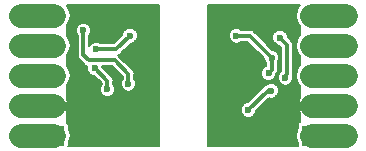
<source format=gbl>
G04 #@! TF.GenerationSoftware,KiCad,Pcbnew,5.0.2-bee76a0~70~ubuntu18.04.1*
G04 #@! TF.CreationDate,2019-07-29T11:10:54+02:00*
G04 #@! TF.ProjectId,SWD_Isolator,5357445f-4973-46f6-9c61-746f722e6b69,rev?*
G04 #@! TF.SameCoordinates,PX4148288PY2f7a4c0*
G04 #@! TF.FileFunction,Copper,L2,Bot*
G04 #@! TF.FilePolarity,Positive*
%FSLAX46Y46*%
G04 Gerber Fmt 4.6, Leading zero omitted, Abs format (unit mm)*
G04 Created by KiCad (PCBNEW 5.0.2-bee76a0~70~ubuntu18.04.1) date pon 29 jul 2019 11:10:54 CEST*
%MOMM*%
%LPD*%
G01*
G04 APERTURE LIST*
G04 #@! TA.AperFunction,ComponentPad*
%ADD10R,1.700000X1.700000*%
G04 #@! TD*
G04 #@! TA.AperFunction,ComponentPad*
%ADD11O,1.700000X1.700000*%
G04 #@! TD*
G04 #@! TA.AperFunction,ViaPad*
%ADD12C,0.600000*%
G04 #@! TD*
G04 #@! TA.AperFunction,Conductor*
%ADD13C,2.000000*%
G04 #@! TD*
G04 #@! TA.AperFunction,Conductor*
%ADD14C,0.300000*%
G04 #@! TD*
G04 #@! TA.AperFunction,Conductor*
%ADD15C,0.800000*%
G04 #@! TD*
G04 #@! TA.AperFunction,Conductor*
%ADD16C,0.200000*%
G04 #@! TD*
G04 APERTURE END LIST*
D10*
G04 #@! TO.P,J1,1*
G04 #@! TO.N,VCC*
X4127500Y1333500D03*
D11*
G04 #@! TO.P,J1,2*
G04 #@! TO.N,GND*
X4127500Y3873500D03*
G04 #@! TO.P,J1,3*
G04 #@! TO.N,Net-(J1-Pad3)*
X4127500Y6413500D03*
G04 #@! TO.P,J1,4*
G04 #@! TO.N,Net-(J1-Pad4)*
X4127500Y8953500D03*
G04 #@! TO.P,J1,5*
G04 #@! TO.N,Net-(J1-Pad5)*
X4127500Y11493500D03*
G04 #@! TD*
D10*
G04 #@! TO.P,J2,1*
G04 #@! TO.N,VDD*
X25971500Y1333500D03*
D11*
G04 #@! TO.P,J2,2*
G04 #@! TO.N,GNDA*
X25971500Y3873500D03*
G04 #@! TO.P,J2,3*
G04 #@! TO.N,Net-(J2-Pad3)*
X25971500Y6413500D03*
G04 #@! TO.P,J2,4*
G04 #@! TO.N,Net-(J2-Pad4)*
X25971500Y8953500D03*
G04 #@! TO.P,J2,5*
G04 #@! TO.N,Net-(J2-Pad5)*
X25971500Y11493500D03*
G04 #@! TD*
D12*
G04 #@! TO.N,VCC*
X10541000Y9779000D03*
X7683500Y8636000D03*
X8636000Y5255500D03*
X7556500Y7048500D03*
G04 #@! TO.N,GND*
X12700000Y825500D03*
X11747500Y825500D03*
X7366000Y5080000D03*
X6032500Y4889500D03*
X5651500Y2540000D03*
X6159500Y7175500D03*
X12065000Y11938000D03*
X7302500Y11239500D03*
X6540500Y11874500D03*
X8763000Y12090400D03*
X10541000Y12039600D03*
X7594600Y10363200D03*
G04 #@! TO.N,Net-(J1-Pad5)*
X6604000Y10238500D03*
X10414000Y5715000D03*
G04 #@! TO.N,GNDA*
X17462500Y825500D03*
X18351500Y825500D03*
X24447500Y4572000D03*
X24511000Y2984500D03*
X23368000Y4699000D03*
X23495000Y11938000D03*
X22834600Y10922000D03*
X17602200Y12039600D03*
X18770600Y12039600D03*
G04 #@! TO.N,Net-(J2-Pad5)*
X23241000Y9603500D03*
X20574000Y3492500D03*
X22483521Y5116373D03*
X23685500Y6223006D03*
G04 #@! TO.N,VDD*
X19558000Y9779000D03*
X22288500Y6604006D03*
X22542500Y7921512D03*
G04 #@! TD*
D13*
G04 #@! TO.N,VCC*
X4127500Y1333500D02*
X1275010Y1333500D01*
D14*
X10541000Y9779000D02*
X9398000Y8636000D01*
X9398000Y8636000D02*
X7683500Y8636000D01*
X8636000Y5255500D02*
X8636000Y5969000D01*
X8636000Y5969000D02*
X7556500Y7048500D01*
D13*
G04 #@! TO.N,GND*
X4127500Y3873500D02*
X1275010Y3873500D01*
D15*
X5329581Y3873500D02*
X5367681Y3911600D01*
X4127500Y3873500D02*
X5329581Y3873500D01*
X5367681Y3911600D02*
X6375400Y3911600D01*
D13*
G04 #@! TO.N,Net-(J1-Pad4)*
X4127500Y8953500D02*
X2925419Y8953500D01*
X2925419Y8953500D02*
X1275010Y8953500D01*
G04 #@! TO.N,Net-(J1-Pad3)*
X4127500Y6413500D02*
X1275010Y6413500D01*
G04 #@! TO.N,Net-(J1-Pad5)*
X4127500Y11493500D02*
X1275010Y11493500D01*
D14*
X6604000Y10238500D02*
X6604000Y8128000D01*
X7033499Y7698501D02*
X9255999Y7698501D01*
X6604000Y8128000D02*
X7033499Y7698501D01*
X9255999Y7698501D02*
X10414000Y6540500D01*
X10414000Y6540500D02*
X10414000Y5715000D01*
D13*
G04 #@! TO.N,GNDA*
X25971500Y3873500D02*
X28823990Y3873500D01*
D15*
X24769419Y3873500D02*
X24756719Y3860800D01*
X25971500Y3873500D02*
X24769419Y3873500D01*
X24756719Y3860800D02*
X23647400Y3860800D01*
D13*
G04 #@! TO.N,Net-(J2-Pad5)*
X25971500Y11493500D02*
X28823990Y11493500D01*
D14*
X22197873Y5116373D02*
X22483521Y5116373D01*
X20574000Y3492500D02*
X22197873Y5116373D01*
X23685500Y6413500D02*
X23685500Y6223006D01*
X23812500Y6540500D02*
X23685500Y6413500D01*
X23241000Y9603500D02*
X23812500Y9032000D01*
X23812500Y9032000D02*
X23812500Y6540500D01*
D13*
G04 #@! TO.N,Net-(J2-Pad3)*
X25971500Y6413500D02*
X28823990Y6413500D01*
G04 #@! TO.N,Net-(J2-Pad4)*
X25971500Y8953500D02*
X28823990Y8953500D01*
G04 #@! TO.N,VDD*
X25971500Y1333500D02*
X26416000Y1333500D01*
X26416000Y1333500D02*
X28823990Y1333500D01*
D14*
X22542500Y6858006D02*
X22288500Y6604006D01*
X22542500Y7921512D02*
X22542500Y6858006D01*
X20685012Y9779000D02*
X22242501Y8221511D01*
X22242501Y8221511D02*
X22542500Y7921512D01*
X19558000Y9779000D02*
X20685012Y9779000D01*
G04 #@! TD*
D16*
G04 #@! TO.N,GND*
G36*
X12981000Y429000D02*
X5327594Y429000D01*
X5338435Y483500D01*
X5338435Y708658D01*
X5402940Y805196D01*
X5508026Y1333500D01*
X5402940Y1861804D01*
X5338435Y1958342D01*
X5338435Y2183500D01*
X5310960Y2321624D01*
X5243500Y2422586D01*
X5243500Y3363640D01*
X5353301Y3628729D01*
X5276413Y3823500D01*
X5243500Y3823500D01*
X5243500Y3923500D01*
X5276413Y3923500D01*
X5353301Y4118271D01*
X5243500Y4383360D01*
X5243500Y5646578D01*
X5402940Y5885196D01*
X5508026Y6413500D01*
X5402940Y6941804D01*
X5243500Y7180422D01*
X5243500Y8186578D01*
X5402940Y8425196D01*
X5508026Y8953500D01*
X5402940Y9481804D01*
X5243500Y9720422D01*
X5243500Y10368589D01*
X5950000Y10368589D01*
X5950000Y10108411D01*
X6049565Y9868039D01*
X6100000Y9817604D01*
X6100001Y8177636D01*
X6090128Y8128000D01*
X6129243Y7931350D01*
X6212521Y7806716D01*
X6212523Y7806714D01*
X6240638Y7764637D01*
X6282715Y7736522D01*
X6642019Y7377218D01*
X6670136Y7335138D01*
X6836848Y7223744D01*
X6914783Y7208242D01*
X6902500Y7178589D01*
X6902500Y6918411D01*
X7002065Y6678039D01*
X7186039Y6494065D01*
X7426411Y6394500D01*
X7497737Y6394500D01*
X8132001Y5760235D01*
X8132001Y5676397D01*
X8081565Y5625961D01*
X7982000Y5385589D01*
X7982000Y5125411D01*
X8081565Y4885039D01*
X8265539Y4701065D01*
X8505911Y4601500D01*
X8766089Y4601500D01*
X9006461Y4701065D01*
X9190435Y4885039D01*
X9290000Y5125411D01*
X9290000Y5385589D01*
X9190435Y5625961D01*
X9140000Y5676396D01*
X9140000Y5919365D01*
X9149873Y5969000D01*
X9110757Y6165651D01*
X9027479Y6290285D01*
X9027478Y6290286D01*
X8999363Y6332363D01*
X8957286Y6360478D01*
X8210500Y7107263D01*
X8210500Y7178589D01*
X8203909Y7194501D01*
X9047236Y7194501D01*
X9910000Y6331736D01*
X9910000Y6135896D01*
X9859565Y6085461D01*
X9760000Y5845089D01*
X9760000Y5584911D01*
X9859565Y5344539D01*
X10043539Y5160565D01*
X10283911Y5061000D01*
X10544089Y5061000D01*
X10784461Y5160565D01*
X10968435Y5344539D01*
X11068000Y5584911D01*
X11068000Y5845089D01*
X10968435Y6085461D01*
X10918000Y6135896D01*
X10918000Y6490865D01*
X10927873Y6540500D01*
X10888757Y6737151D01*
X10805479Y6861785D01*
X10805478Y6861786D01*
X10777363Y6903863D01*
X10735286Y6931978D01*
X9647479Y8019784D01*
X9619362Y8061864D01*
X9499082Y8142233D01*
X9594651Y8161243D01*
X9761363Y8272637D01*
X9789480Y8314717D01*
X10599763Y9125000D01*
X10671089Y9125000D01*
X10911461Y9224565D01*
X11095435Y9408539D01*
X11195000Y9648911D01*
X11195000Y9909089D01*
X11095435Y10149461D01*
X10911461Y10333435D01*
X10671089Y10433000D01*
X10410911Y10433000D01*
X10170539Y10333435D01*
X9986565Y10149461D01*
X9887000Y9909089D01*
X9887000Y9837763D01*
X9189237Y9140000D01*
X8104396Y9140000D01*
X8053961Y9190435D01*
X7813589Y9290000D01*
X7553411Y9290000D01*
X7313039Y9190435D01*
X7129065Y9006461D01*
X7108000Y8955605D01*
X7108000Y9817604D01*
X7158435Y9868039D01*
X7258000Y10108411D01*
X7258000Y10368589D01*
X7158435Y10608961D01*
X6974461Y10792935D01*
X6734089Y10892500D01*
X6473911Y10892500D01*
X6233539Y10792935D01*
X6049565Y10608961D01*
X5950000Y10368589D01*
X5243500Y10368589D01*
X5243500Y10726578D01*
X5402940Y10965196D01*
X5508026Y11493500D01*
X5402940Y12021804D01*
X5243500Y12260422D01*
X5243500Y12398000D01*
X12981000Y12398000D01*
X12981000Y429000D01*
X12981000Y429000D01*
G37*
X12981000Y429000D02*
X5327594Y429000D01*
X5338435Y483500D01*
X5338435Y708658D01*
X5402940Y805196D01*
X5508026Y1333500D01*
X5402940Y1861804D01*
X5338435Y1958342D01*
X5338435Y2183500D01*
X5310960Y2321624D01*
X5243500Y2422586D01*
X5243500Y3363640D01*
X5353301Y3628729D01*
X5276413Y3823500D01*
X5243500Y3823500D01*
X5243500Y3923500D01*
X5276413Y3923500D01*
X5353301Y4118271D01*
X5243500Y4383360D01*
X5243500Y5646578D01*
X5402940Y5885196D01*
X5508026Y6413500D01*
X5402940Y6941804D01*
X5243500Y7180422D01*
X5243500Y8186578D01*
X5402940Y8425196D01*
X5508026Y8953500D01*
X5402940Y9481804D01*
X5243500Y9720422D01*
X5243500Y10368589D01*
X5950000Y10368589D01*
X5950000Y10108411D01*
X6049565Y9868039D01*
X6100000Y9817604D01*
X6100001Y8177636D01*
X6090128Y8128000D01*
X6129243Y7931350D01*
X6212521Y7806716D01*
X6212523Y7806714D01*
X6240638Y7764637D01*
X6282715Y7736522D01*
X6642019Y7377218D01*
X6670136Y7335138D01*
X6836848Y7223744D01*
X6914783Y7208242D01*
X6902500Y7178589D01*
X6902500Y6918411D01*
X7002065Y6678039D01*
X7186039Y6494065D01*
X7426411Y6394500D01*
X7497737Y6394500D01*
X8132001Y5760235D01*
X8132001Y5676397D01*
X8081565Y5625961D01*
X7982000Y5385589D01*
X7982000Y5125411D01*
X8081565Y4885039D01*
X8265539Y4701065D01*
X8505911Y4601500D01*
X8766089Y4601500D01*
X9006461Y4701065D01*
X9190435Y4885039D01*
X9290000Y5125411D01*
X9290000Y5385589D01*
X9190435Y5625961D01*
X9140000Y5676396D01*
X9140000Y5919365D01*
X9149873Y5969000D01*
X9110757Y6165651D01*
X9027479Y6290285D01*
X9027478Y6290286D01*
X8999363Y6332363D01*
X8957286Y6360478D01*
X8210500Y7107263D01*
X8210500Y7178589D01*
X8203909Y7194501D01*
X9047236Y7194501D01*
X9910000Y6331736D01*
X9910000Y6135896D01*
X9859565Y6085461D01*
X9760000Y5845089D01*
X9760000Y5584911D01*
X9859565Y5344539D01*
X10043539Y5160565D01*
X10283911Y5061000D01*
X10544089Y5061000D01*
X10784461Y5160565D01*
X10968435Y5344539D01*
X11068000Y5584911D01*
X11068000Y5845089D01*
X10968435Y6085461D01*
X10918000Y6135896D01*
X10918000Y6490865D01*
X10927873Y6540500D01*
X10888757Y6737151D01*
X10805479Y6861785D01*
X10805478Y6861786D01*
X10777363Y6903863D01*
X10735286Y6931978D01*
X9647479Y8019784D01*
X9619362Y8061864D01*
X9499082Y8142233D01*
X9594651Y8161243D01*
X9761363Y8272637D01*
X9789480Y8314717D01*
X10599763Y9125000D01*
X10671089Y9125000D01*
X10911461Y9224565D01*
X11095435Y9408539D01*
X11195000Y9648911D01*
X11195000Y9909089D01*
X11095435Y10149461D01*
X10911461Y10333435D01*
X10671089Y10433000D01*
X10410911Y10433000D01*
X10170539Y10333435D01*
X9986565Y10149461D01*
X9887000Y9909089D01*
X9887000Y9837763D01*
X9189237Y9140000D01*
X8104396Y9140000D01*
X8053961Y9190435D01*
X7813589Y9290000D01*
X7553411Y9290000D01*
X7313039Y9190435D01*
X7129065Y9006461D01*
X7108000Y8955605D01*
X7108000Y9817604D01*
X7158435Y9868039D01*
X7258000Y10108411D01*
X7258000Y10368589D01*
X7158435Y10608961D01*
X6974461Y10792935D01*
X6734089Y10892500D01*
X6473911Y10892500D01*
X6233539Y10792935D01*
X6049565Y10608961D01*
X5950000Y10368589D01*
X5243500Y10368589D01*
X5243500Y10726578D01*
X5402940Y10965196D01*
X5508026Y11493500D01*
X5402940Y12021804D01*
X5243500Y12260422D01*
X5243500Y12398000D01*
X12981000Y12398000D01*
X12981000Y429000D01*
G04 #@! TO.N,GNDA*
G36*
X24919000Y12355456D02*
X24696060Y12021804D01*
X24590974Y11493500D01*
X24696060Y10965196D01*
X24919000Y10631543D01*
X24919000Y9815457D01*
X24696060Y9481804D01*
X24590974Y8953500D01*
X24696060Y8425196D01*
X24919000Y8091543D01*
X24919000Y7275457D01*
X24696060Y6941804D01*
X24590974Y6413500D01*
X24696060Y5885196D01*
X24919000Y5551543D01*
X24919000Y4536667D01*
X24745699Y4118271D01*
X24822587Y3923500D01*
X24919000Y3923500D01*
X24919000Y3823500D01*
X24822587Y3823500D01*
X24745699Y3628729D01*
X24919000Y3210333D01*
X24919000Y2473946D01*
X24866280Y2438720D01*
X24788040Y2321624D01*
X24760565Y2183500D01*
X24760565Y1958342D01*
X24696060Y1861804D01*
X24590974Y1333500D01*
X24696060Y805196D01*
X24760565Y708658D01*
X24760565Y483500D01*
X24771406Y429000D01*
X17181500Y429000D01*
X17181500Y3622589D01*
X19920000Y3622589D01*
X19920000Y3362411D01*
X20019565Y3122039D01*
X20203539Y2938065D01*
X20443911Y2838500D01*
X20704089Y2838500D01*
X20944461Y2938065D01*
X21128435Y3122039D01*
X21228000Y3362411D01*
X21228000Y3433737D01*
X22284987Y4490724D01*
X22353432Y4462373D01*
X22613610Y4462373D01*
X22853982Y4561938D01*
X23037956Y4745912D01*
X23137521Y4986284D01*
X23137521Y5246462D01*
X23037956Y5486834D01*
X22853982Y5670808D01*
X22613610Y5770373D01*
X22353432Y5770373D01*
X22113060Y5670808D01*
X22041367Y5599115D01*
X22001222Y5591130D01*
X21834510Y5479736D01*
X21806393Y5437656D01*
X20515237Y4146500D01*
X20443911Y4146500D01*
X20203539Y4046935D01*
X20019565Y3862961D01*
X19920000Y3622589D01*
X17181500Y3622589D01*
X17181500Y9909089D01*
X18904000Y9909089D01*
X18904000Y9648911D01*
X19003565Y9408539D01*
X19187539Y9224565D01*
X19427911Y9125000D01*
X19688089Y9125000D01*
X19928461Y9224565D01*
X19978896Y9275000D01*
X20476249Y9275000D01*
X21888500Y7862748D01*
X21888500Y7791423D01*
X21988065Y7551051D01*
X22038500Y7500616D01*
X22038501Y7208338D01*
X21918039Y7158441D01*
X21734065Y6974467D01*
X21634500Y6734095D01*
X21634500Y6473917D01*
X21734065Y6233545D01*
X21918039Y6049571D01*
X22158411Y5950006D01*
X22418589Y5950006D01*
X22658961Y6049571D01*
X22842935Y6233545D01*
X22942500Y6473917D01*
X22942500Y6549474D01*
X23017257Y6661355D01*
X23046500Y6808371D01*
X23046500Y6808375D01*
X23056372Y6858005D01*
X23046500Y6907635D01*
X23046500Y7500616D01*
X23096935Y7551051D01*
X23196500Y7791423D01*
X23196500Y8051601D01*
X23096935Y8291973D01*
X22912961Y8475947D01*
X22672589Y8575512D01*
X22601264Y8575512D01*
X21443187Y9733589D01*
X22587000Y9733589D01*
X22587000Y9473411D01*
X22686565Y9233039D01*
X22870539Y9049065D01*
X23110911Y8949500D01*
X23182236Y8949500D01*
X23308500Y8823236D01*
X23308501Y6770903D01*
X23131065Y6593467D01*
X23031500Y6353095D01*
X23031500Y6092917D01*
X23131065Y5852545D01*
X23315039Y5668571D01*
X23555411Y5569006D01*
X23815589Y5569006D01*
X24055961Y5668571D01*
X24239935Y5852545D01*
X24339500Y6092917D01*
X24339500Y6353095D01*
X24305448Y6435303D01*
X24316500Y6490865D01*
X24316500Y6490868D01*
X24326372Y6540499D01*
X24316500Y6590131D01*
X24316500Y8982369D01*
X24326372Y9032001D01*
X24316500Y9081634D01*
X24316500Y9081635D01*
X24287257Y9228651D01*
X24284325Y9233039D01*
X24203979Y9353285D01*
X24203978Y9353286D01*
X24175863Y9395363D01*
X24133786Y9423478D01*
X23895000Y9662264D01*
X23895000Y9733589D01*
X23795435Y9973961D01*
X23611461Y10157935D01*
X23371089Y10257500D01*
X23110911Y10257500D01*
X22870539Y10157935D01*
X22686565Y9973961D01*
X22587000Y9733589D01*
X21443187Y9733589D01*
X21076492Y10100283D01*
X21048375Y10142363D01*
X20881663Y10253757D01*
X20734647Y10283000D01*
X20734643Y10283000D01*
X20685012Y10292872D01*
X20635381Y10283000D01*
X19978896Y10283000D01*
X19928461Y10333435D01*
X19688089Y10433000D01*
X19427911Y10433000D01*
X19187539Y10333435D01*
X19003565Y10149461D01*
X18904000Y9909089D01*
X17181500Y9909089D01*
X17181500Y12398000D01*
X24919000Y12398000D01*
X24919000Y12355456D01*
X24919000Y12355456D01*
G37*
X24919000Y12355456D02*
X24696060Y12021804D01*
X24590974Y11493500D01*
X24696060Y10965196D01*
X24919000Y10631543D01*
X24919000Y9815457D01*
X24696060Y9481804D01*
X24590974Y8953500D01*
X24696060Y8425196D01*
X24919000Y8091543D01*
X24919000Y7275457D01*
X24696060Y6941804D01*
X24590974Y6413500D01*
X24696060Y5885196D01*
X24919000Y5551543D01*
X24919000Y4536667D01*
X24745699Y4118271D01*
X24822587Y3923500D01*
X24919000Y3923500D01*
X24919000Y3823500D01*
X24822587Y3823500D01*
X24745699Y3628729D01*
X24919000Y3210333D01*
X24919000Y2473946D01*
X24866280Y2438720D01*
X24788040Y2321624D01*
X24760565Y2183500D01*
X24760565Y1958342D01*
X24696060Y1861804D01*
X24590974Y1333500D01*
X24696060Y805196D01*
X24760565Y708658D01*
X24760565Y483500D01*
X24771406Y429000D01*
X17181500Y429000D01*
X17181500Y3622589D01*
X19920000Y3622589D01*
X19920000Y3362411D01*
X20019565Y3122039D01*
X20203539Y2938065D01*
X20443911Y2838500D01*
X20704089Y2838500D01*
X20944461Y2938065D01*
X21128435Y3122039D01*
X21228000Y3362411D01*
X21228000Y3433737D01*
X22284987Y4490724D01*
X22353432Y4462373D01*
X22613610Y4462373D01*
X22853982Y4561938D01*
X23037956Y4745912D01*
X23137521Y4986284D01*
X23137521Y5246462D01*
X23037956Y5486834D01*
X22853982Y5670808D01*
X22613610Y5770373D01*
X22353432Y5770373D01*
X22113060Y5670808D01*
X22041367Y5599115D01*
X22001222Y5591130D01*
X21834510Y5479736D01*
X21806393Y5437656D01*
X20515237Y4146500D01*
X20443911Y4146500D01*
X20203539Y4046935D01*
X20019565Y3862961D01*
X19920000Y3622589D01*
X17181500Y3622589D01*
X17181500Y9909089D01*
X18904000Y9909089D01*
X18904000Y9648911D01*
X19003565Y9408539D01*
X19187539Y9224565D01*
X19427911Y9125000D01*
X19688089Y9125000D01*
X19928461Y9224565D01*
X19978896Y9275000D01*
X20476249Y9275000D01*
X21888500Y7862748D01*
X21888500Y7791423D01*
X21988065Y7551051D01*
X22038500Y7500616D01*
X22038501Y7208338D01*
X21918039Y7158441D01*
X21734065Y6974467D01*
X21634500Y6734095D01*
X21634500Y6473917D01*
X21734065Y6233545D01*
X21918039Y6049571D01*
X22158411Y5950006D01*
X22418589Y5950006D01*
X22658961Y6049571D01*
X22842935Y6233545D01*
X22942500Y6473917D01*
X22942500Y6549474D01*
X23017257Y6661355D01*
X23046500Y6808371D01*
X23046500Y6808375D01*
X23056372Y6858005D01*
X23046500Y6907635D01*
X23046500Y7500616D01*
X23096935Y7551051D01*
X23196500Y7791423D01*
X23196500Y8051601D01*
X23096935Y8291973D01*
X22912961Y8475947D01*
X22672589Y8575512D01*
X22601264Y8575512D01*
X21443187Y9733589D01*
X22587000Y9733589D01*
X22587000Y9473411D01*
X22686565Y9233039D01*
X22870539Y9049065D01*
X23110911Y8949500D01*
X23182236Y8949500D01*
X23308500Y8823236D01*
X23308501Y6770903D01*
X23131065Y6593467D01*
X23031500Y6353095D01*
X23031500Y6092917D01*
X23131065Y5852545D01*
X23315039Y5668571D01*
X23555411Y5569006D01*
X23815589Y5569006D01*
X24055961Y5668571D01*
X24239935Y5852545D01*
X24339500Y6092917D01*
X24339500Y6353095D01*
X24305448Y6435303D01*
X24316500Y6490865D01*
X24316500Y6490868D01*
X24326372Y6540499D01*
X24316500Y6590131D01*
X24316500Y8982369D01*
X24326372Y9032001D01*
X24316500Y9081634D01*
X24316500Y9081635D01*
X24287257Y9228651D01*
X24284325Y9233039D01*
X24203979Y9353285D01*
X24203978Y9353286D01*
X24175863Y9395363D01*
X24133786Y9423478D01*
X23895000Y9662264D01*
X23895000Y9733589D01*
X23795435Y9973961D01*
X23611461Y10157935D01*
X23371089Y10257500D01*
X23110911Y10257500D01*
X22870539Y10157935D01*
X22686565Y9973961D01*
X22587000Y9733589D01*
X21443187Y9733589D01*
X21076492Y10100283D01*
X21048375Y10142363D01*
X20881663Y10253757D01*
X20734647Y10283000D01*
X20734643Y10283000D01*
X20685012Y10292872D01*
X20635381Y10283000D01*
X19978896Y10283000D01*
X19928461Y10333435D01*
X19688089Y10433000D01*
X19427911Y10433000D01*
X19187539Y10333435D01*
X19003565Y10149461D01*
X18904000Y9909089D01*
X17181500Y9909089D01*
X17181500Y12398000D01*
X24919000Y12398000D01*
X24919000Y12355456D01*
G04 #@! TD*
M02*

</source>
